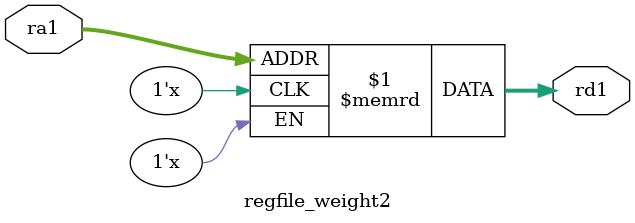
<source format=sv>
module regfile_weight2(input  logic [13:0] ra1,
                output logic [15:0] rd1);

    // one port register file
    // read one port combinationally
    //ra1 is the address that we want to read
    //rd1 is the data from memory that we get

    logic [15:0] rf[14:0];
    // rf is register file, 15:0 is data size and 14:0 is file length

   assign rd1 = rf[ra1];

endmodule // regfile

</source>
